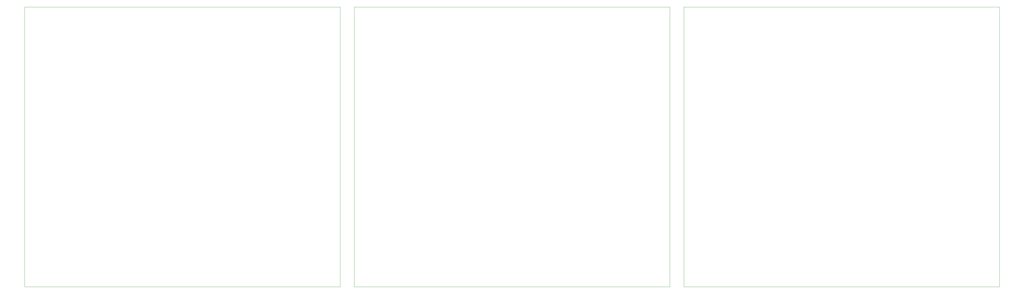
<source format=gbr>
G04 (created by PCBNEW (2013-may-18)-stable) date Wed 01 Apr 2015 06:05:41 PM EDT*
%MOIN*%
G04 Gerber Fmt 3.4, Leading zero omitted, Abs format*
%FSLAX34Y34*%
G01*
G70*
G90*
G04 APERTURE LIST*
%ADD10C,0.00590551*%
%ADD11C,0.00393701*%
G04 APERTURE END LIST*
G54D10*
G54D11*
X106000Y-58000D02*
X151000Y-58000D01*
X106000Y-18000D02*
X106000Y-58000D01*
X151000Y-18000D02*
X106000Y-18000D01*
X151000Y-58000D02*
X151000Y-18000D01*
X104000Y-58000D02*
X104000Y-18000D01*
X104000Y-18000D02*
X59000Y-18000D01*
X59000Y-18000D02*
X59000Y-58000D01*
X59000Y-58000D02*
X104000Y-58000D01*
X12000Y-58000D02*
X57000Y-58000D01*
X12000Y-18000D02*
X12000Y-58000D01*
X57000Y-18000D02*
X12000Y-18000D01*
X57000Y-58000D02*
X57000Y-18000D01*
M02*

</source>
